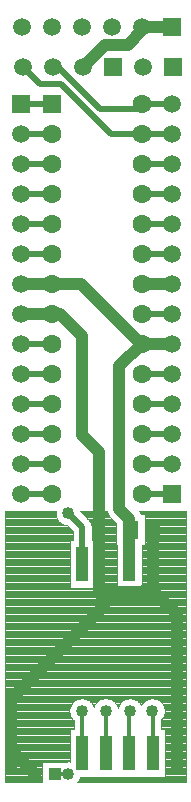
<source format=gbr>
G04 DipTrace 3.0.0.2*
G04 Top.gbr*
%MOIN*%
G04 #@! TF.FileFunction,Copper,L1,Top*
G04 #@! TF.Part,Single*
G04 #@! TA.AperFunction,Conductor*
%ADD13C,0.019685*%
%ADD14C,0.012992*%
%ADD15C,0.03937*%
G04 #@! TA.AperFunction,CopperBalancing*
%ADD16C,0.003937*%
G04 #@! TA.AperFunction,ComponentPad*
%ADD17R,0.062992X0.062992*%
%ADD18C,0.062992*%
%ADD19R,0.059055X0.059055*%
%ADD20C,0.059055*%
%ADD22R,0.043307X0.03937*%
%ADD23R,0.03937X0.11811*%
%ADD24R,0.051181X0.059055*%
G04 #@! TA.AperFunction,ViaPad*
%ADD25C,0.04*%
%FSLAX26Y26*%
G04*
G70*
G90*
G75*
G01*
G04 Top*
%LPD*%
X464016Y2674134D2*
D13*
X568016D1*
Y2574134D2*
X464016D1*
X568016Y2474134D2*
X464016D1*
Y2374134D2*
X568016D1*
X621016Y1310134D2*
X667795Y1263354D1*
Y1140055D1*
X868016Y1474134D2*
X969016D1*
X902016Y649921D2*
D14*
X904016Y647921D1*
Y510134D1*
X868016Y1574134D2*
D13*
X969016D1*
X827016Y649921D2*
D14*
X825276Y648181D1*
Y510134D1*
X969016Y1674134D2*
D13*
X868016D1*
X746016Y649921D2*
D14*
X746535Y649402D1*
Y510134D1*
X969016Y1774134D2*
D13*
X868016D1*
X667016Y649921D2*
D14*
X667795Y649142D1*
Y510134D1*
X464016Y2274134D2*
D13*
X568016D1*
X868016Y1374134D2*
X969016D1*
X464016Y1674134D2*
X568016D1*
X464016Y1474134D2*
X568016D1*
X969016Y2674134D2*
X868016D1*
X570016Y2795134D2*
X588016D1*
X726016Y2657134D1*
X868016D1*
Y2674134D1*
X969016Y2574134D2*
X868016D1*
X763016D1*
X598016Y2739134D1*
X526016D1*
X470016Y2795134D1*
X868016Y2474134D2*
X969016D1*
X868016Y2374134D2*
X969016D1*
X868016Y2274134D2*
X969016D1*
X868016Y2174134D2*
X969016D1*
X464016Y1974134D2*
D15*
X568016D1*
X969016Y2928134D2*
X869016D1*
X868016Y2074134D2*
X969016D1*
X670016Y2795134D2*
X745016Y2870134D1*
X820016D1*
X869016Y2919134D1*
Y2928134D1*
X568016Y1974134D2*
X593016D1*
X668016Y1899134D1*
Y1569134D1*
X725016Y1512134D1*
Y1042134D1*
X741016D1*
Y1000134D1*
X431575Y690693D1*
Y510134D1*
X982756D2*
Y971394D1*
X904016Y1050134D1*
Y1140055D1*
Y1050134D2*
Y1038134D1*
X888016Y1022134D1*
X745016D1*
X725016Y1042134D1*
X741016D2*
X904016Y1050134D1*
X511016Y438386D2*
X439268Y510134D1*
X431575D1*
X904016Y1140055D2*
Y1253134D1*
X868016Y1974134D2*
D13*
X969016D1*
X464016Y2174134D2*
X568016D1*
X464016Y1874134D2*
X568016D1*
X464016Y1774134D2*
X568016D1*
X620016Y439386D2*
D14*
Y438386D1*
X577945D1*
X464016Y1574134D2*
D13*
X568016D1*
X464016Y1374134D2*
X568016D1*
X868016Y1874134D2*
D15*
X969016D1*
X568016Y2074134D2*
X464016D1*
X868016Y1874134D2*
X792016Y1798134D1*
Y1323134D1*
X825276Y1289874D1*
Y1140055D1*
X568016Y2074134D2*
X665016D1*
X865016Y1874134D1*
X868016D1*
D25*
X620016Y439386D3*
X621016Y1310134D3*
X902016Y649921D3*
X827016D3*
X746016D3*
X667016D3*
X411717Y1313438D2*
D16*
X578940D1*
X663089D2*
X751284D1*
X859809D2*
X1015264D1*
X411717Y1309633D2*
X578817D1*
X666657D2*
X752399D1*
X862146D2*
X1015264D1*
X411717Y1305827D2*
X579032D1*
X670463D2*
X753922D1*
X863961D2*
X1015264D1*
X411717Y1302021D2*
X579609D1*
X674270D2*
X755913D1*
X877010D2*
X1015264D1*
X411717Y1298215D2*
X580547D1*
X678076D2*
X758459D1*
X877010D2*
X1015264D1*
X411717Y1294409D2*
X581878D1*
X681882D2*
X761696D1*
X877010D2*
X1015264D1*
X411717Y1290604D2*
X583654D1*
X685688D2*
X765487D1*
X877010D2*
X1015264D1*
X411717Y1286798D2*
X585930D1*
X689495D2*
X769293D1*
X877010D2*
X1015264D1*
X411717Y1282992D2*
X588821D1*
X693001D2*
X773099D1*
X877010D2*
X1015264D1*
X411717Y1279186D2*
X592504D1*
X695585D2*
X776906D1*
X877010D2*
X1015264D1*
X411717Y1275381D2*
X597380D1*
X697453D2*
X780712D1*
X877010D2*
X1015264D1*
X411717Y1271575D2*
X604454D1*
X698745D2*
X781419D1*
X877010D2*
X1015264D1*
X411717Y1267769D2*
X618241D1*
X699522D2*
X781419D1*
X877010D2*
X1015264D1*
X411717Y1263963D2*
X622047D1*
X699822D2*
X781419D1*
X877010D2*
X1015264D1*
X411717Y1260157D2*
X625854D1*
X699829D2*
X781419D1*
X877010D2*
X1015264D1*
X411717Y1256352D2*
X629660D1*
X699829D2*
X781419D1*
X877010D2*
X1015264D1*
X411717Y1252546D2*
X633466D1*
X699829D2*
X781419D1*
X877010D2*
X1015264D1*
X411717Y1248740D2*
X635758D1*
X699829D2*
X781419D1*
X877010D2*
X1015264D1*
X411717Y1244934D2*
X635758D1*
X699829D2*
X781419D1*
X877010D2*
X1015264D1*
X411717Y1241129D2*
X635758D1*
X699829D2*
X781419D1*
X877010D2*
X1015264D1*
X411717Y1237323D2*
X635758D1*
X699829D2*
X781419D1*
X877010D2*
X1015264D1*
X411717Y1233517D2*
X635758D1*
X699829D2*
X781419D1*
X877010D2*
X1015264D1*
X411717Y1229711D2*
X635758D1*
X699829D2*
X781419D1*
X877010D2*
X1015264D1*
X411717Y1225906D2*
X635758D1*
X699829D2*
X781419D1*
X877010D2*
X1015264D1*
X411717Y1222100D2*
X635758D1*
X699829D2*
X781419D1*
X877010D2*
X1015264D1*
X411717Y1218294D2*
X625907D1*
X709687D2*
X781419D1*
X877010D2*
X1015264D1*
X411717Y1214488D2*
X625907D1*
X709687D2*
X781419D1*
X877010D2*
X1015264D1*
X411717Y1210682D2*
X625907D1*
X709687D2*
X781419D1*
X877010D2*
X1015264D1*
X411717Y1206877D2*
X625907D1*
X709687D2*
X781419D1*
X877010D2*
X1015264D1*
X411717Y1203071D2*
X625907D1*
X709687D2*
X781419D1*
X877010D2*
X1015264D1*
X411717Y1199265D2*
X625907D1*
X709687D2*
X783388D1*
X867168D2*
X1015264D1*
X411717Y1195459D2*
X625907D1*
X709687D2*
X783388D1*
X867168D2*
X1015264D1*
X411717Y1191654D2*
X625907D1*
X709687D2*
X783388D1*
X867168D2*
X1015264D1*
X411717Y1187848D2*
X625907D1*
X709687D2*
X783388D1*
X867168D2*
X1015264D1*
X411717Y1184042D2*
X625907D1*
X709687D2*
X783388D1*
X867168D2*
X1015264D1*
X411717Y1180236D2*
X625907D1*
X709687D2*
X783388D1*
X867168D2*
X1015264D1*
X411717Y1176430D2*
X625907D1*
X709687D2*
X783388D1*
X867168D2*
X1015264D1*
X411717Y1172625D2*
X625907D1*
X709687D2*
X783388D1*
X867168D2*
X1015264D1*
X411717Y1168819D2*
X625907D1*
X709687D2*
X783388D1*
X867168D2*
X1015264D1*
X411717Y1165013D2*
X625907D1*
X709687D2*
X783388D1*
X867168D2*
X1015264D1*
X411717Y1161207D2*
X625907D1*
X709687D2*
X783388D1*
X867168D2*
X1015264D1*
X411717Y1157402D2*
X625907D1*
X709687D2*
X783388D1*
X867168D2*
X1015264D1*
X411717Y1153596D2*
X625907D1*
X709687D2*
X783388D1*
X867168D2*
X1015264D1*
X411717Y1149790D2*
X625907D1*
X709687D2*
X783388D1*
X867168D2*
X1015264D1*
X411717Y1145984D2*
X625907D1*
X709687D2*
X783388D1*
X867168D2*
X1015264D1*
X411717Y1142178D2*
X625907D1*
X709687D2*
X783388D1*
X867168D2*
X1015264D1*
X411717Y1138373D2*
X625907D1*
X709687D2*
X783388D1*
X867168D2*
X1015264D1*
X411717Y1134567D2*
X625907D1*
X709687D2*
X783388D1*
X867168D2*
X1015264D1*
X411717Y1130761D2*
X625907D1*
X709687D2*
X783388D1*
X867168D2*
X1015264D1*
X411717Y1126955D2*
X625907D1*
X709687D2*
X783388D1*
X867168D2*
X1015264D1*
X411717Y1123150D2*
X625907D1*
X709687D2*
X783388D1*
X867168D2*
X1015264D1*
X411717Y1119344D2*
X625907D1*
X709687D2*
X783388D1*
X867168D2*
X1015264D1*
X411717Y1115538D2*
X625907D1*
X709687D2*
X783388D1*
X867168D2*
X1015264D1*
X411717Y1111732D2*
X625907D1*
X709687D2*
X783388D1*
X867168D2*
X1015264D1*
X411717Y1107927D2*
X625907D1*
X709687D2*
X783388D1*
X867168D2*
X1015264D1*
X411717Y1104121D2*
X625907D1*
X709687D2*
X783388D1*
X867168D2*
X1015264D1*
X411717Y1100315D2*
X625907D1*
X709687D2*
X783388D1*
X867168D2*
X1015264D1*
X411717Y1096509D2*
X625907D1*
X709687D2*
X783388D1*
X867168D2*
X1015264D1*
X411717Y1092703D2*
X625907D1*
X709687D2*
X783388D1*
X867168D2*
X1015264D1*
X411717Y1088898D2*
X625907D1*
X709687D2*
X783388D1*
X867168D2*
X1015264D1*
X411717Y1085092D2*
X625907D1*
X709687D2*
X783388D1*
X867168D2*
X1015264D1*
X411717Y1081286D2*
X625907D1*
X709687D2*
X783388D1*
X867168D2*
X1015264D1*
X411717Y1077480D2*
X625907D1*
X709687D2*
X783388D1*
X867168D2*
X1015264D1*
X411717Y1073675D2*
X625907D1*
X709687D2*
X783388D1*
X867168D2*
X1015264D1*
X411717Y1069869D2*
X625907D1*
X709687D2*
X783388D1*
X867168D2*
X1015264D1*
X411717Y1066063D2*
X625907D1*
X709687D2*
X783388D1*
X867168D2*
X1015264D1*
X411717Y1062257D2*
X625907D1*
X709687D2*
X783388D1*
X867168D2*
X1015264D1*
X411717Y1058451D2*
X1015264D1*
X411717Y1054646D2*
X1015264D1*
X411717Y1050840D2*
X1015264D1*
X411717Y1047034D2*
X1015264D1*
X411717Y1043228D2*
X1015264D1*
X411717Y1039423D2*
X1015264D1*
X411717Y1035617D2*
X1015264D1*
X411717Y1031811D2*
X1015264D1*
X411717Y1028005D2*
X1015264D1*
X411717Y1024199D2*
X1015264D1*
X411717Y1020394D2*
X1015264D1*
X411717Y1016588D2*
X1015264D1*
X411717Y1012782D2*
X1015264D1*
X411717Y1008976D2*
X1015264D1*
X411717Y1005171D2*
X1015264D1*
X411717Y1001365D2*
X1015264D1*
X411717Y997559D2*
X1015264D1*
X411717Y993753D2*
X1015264D1*
X411717Y989948D2*
X1015264D1*
X411717Y986142D2*
X1015264D1*
X411717Y982336D2*
X1015264D1*
X411717Y978530D2*
X1015264D1*
X411717Y974724D2*
X1015264D1*
X411717Y970919D2*
X1015264D1*
X411717Y967113D2*
X1015264D1*
X411717Y963307D2*
X1015264D1*
X411717Y959501D2*
X1015264D1*
X411717Y955696D2*
X1015264D1*
X411717Y951890D2*
X1015264D1*
X411717Y948084D2*
X1015264D1*
X411717Y944278D2*
X1015264D1*
X411717Y940472D2*
X1015264D1*
X411717Y936667D2*
X1015264D1*
X411717Y932861D2*
X1015264D1*
X411717Y929055D2*
X1015264D1*
X411717Y925249D2*
X1015264D1*
X411717Y921444D2*
X1015264D1*
X411717Y917638D2*
X1015264D1*
X411717Y913832D2*
X1015264D1*
X411717Y910026D2*
X1015264D1*
X411717Y906220D2*
X1015264D1*
X411717Y902415D2*
X1015264D1*
X411717Y898609D2*
X1015264D1*
X411717Y894803D2*
X1015264D1*
X411717Y890997D2*
X1015264D1*
X411717Y887192D2*
X1015264D1*
X411717Y883386D2*
X1015264D1*
X411717Y879580D2*
X1015264D1*
X411717Y875774D2*
X1015264D1*
X411717Y871969D2*
X1015264D1*
X411717Y868163D2*
X1015264D1*
X411717Y864357D2*
X1015264D1*
X411717Y860551D2*
X1015264D1*
X411717Y856745D2*
X1015264D1*
X411717Y852940D2*
X1015264D1*
X411717Y849134D2*
X1015264D1*
X411717Y845328D2*
X1015264D1*
X411717Y841522D2*
X1015264D1*
X411717Y837717D2*
X1015264D1*
X411717Y833911D2*
X1015264D1*
X411717Y830105D2*
X1015264D1*
X411717Y826299D2*
X1015264D1*
X411717Y822493D2*
X1015264D1*
X411717Y818688D2*
X1015264D1*
X411717Y814882D2*
X1015264D1*
X411717Y811076D2*
X1015264D1*
X411717Y807270D2*
X1015264D1*
X411717Y803465D2*
X1015264D1*
X411717Y799659D2*
X1015264D1*
X411717Y795853D2*
X1015264D1*
X411717Y792047D2*
X1015264D1*
X411717Y788241D2*
X1015264D1*
X411717Y784436D2*
X1015264D1*
X411717Y780630D2*
X1015264D1*
X411717Y776824D2*
X1015264D1*
X411717Y773018D2*
X1015264D1*
X411717Y769213D2*
X1015264D1*
X411717Y765407D2*
X1015264D1*
X411717Y761601D2*
X1015264D1*
X411717Y757795D2*
X1015264D1*
X411717Y753990D2*
X1015264D1*
X411717Y750184D2*
X1015264D1*
X411717Y746378D2*
X1015264D1*
X411717Y742572D2*
X1015264D1*
X411717Y738766D2*
X1015264D1*
X411717Y734961D2*
X1015264D1*
X411717Y731155D2*
X1015264D1*
X411717Y727349D2*
X1015264D1*
X411717Y723543D2*
X1015264D1*
X411717Y719738D2*
X1015264D1*
X411717Y715932D2*
X1015264D1*
X411717Y712126D2*
X1015264D1*
X411717Y708320D2*
X1015264D1*
X411717Y704514D2*
X1015264D1*
X411717Y700709D2*
X1015264D1*
X411717Y696903D2*
X1015264D1*
X411717Y693097D2*
X1015264D1*
X411717Y689291D2*
X652544D1*
X681482D2*
X731545D1*
X760484D2*
X812546D1*
X841485D2*
X887549D1*
X916488D2*
X1015264D1*
X411717Y685486D2*
X644639D1*
X689395D2*
X723641D1*
X768396D2*
X804634D1*
X849397D2*
X879637D1*
X924393D2*
X1015264D1*
X411717Y681680D2*
X639426D1*
X694601D2*
X718427D1*
X773602D2*
X799428D1*
X854603D2*
X874431D1*
X929606D2*
X1015264D1*
X411717Y677874D2*
X635527D1*
X698499D2*
X714529D1*
X777501D2*
X795529D1*
X858502D2*
X870533D1*
X933505D2*
X1015264D1*
X411717Y674068D2*
X632490D1*
X701544D2*
X711491D1*
X780546D2*
X792492D1*
X861539D2*
X867487D1*
X936542D2*
X1015264D1*
X411717Y670262D2*
X630091D1*
X703936D2*
X709092D1*
X782937D2*
X790093D1*
X938941D2*
X1015264D1*
X411717Y666457D2*
X628222D1*
X784813D2*
X788217D1*
X940810D2*
X1015264D1*
X411717Y662651D2*
X626799D1*
X942232D2*
X1015264D1*
X411717Y658845D2*
X625777D1*
X943255D2*
X1015264D1*
X411717Y655039D2*
X625123D1*
X943908D2*
X1015264D1*
X411717Y651234D2*
X624831D1*
X944201D2*
X1015264D1*
X411717Y647428D2*
X624885D1*
X944147D2*
X1015264D1*
X411717Y643622D2*
X625285D1*
X943739D2*
X1015264D1*
X411717Y639816D2*
X626054D1*
X942978D2*
X1015264D1*
X411717Y636010D2*
X627192D1*
X941840D2*
X1015264D1*
X411717Y632205D2*
X628753D1*
X940279D2*
X1015264D1*
X411717Y628399D2*
X630775D1*
X938257D2*
X1015264D1*
X411717Y624593D2*
X633359D1*
X935673D2*
X1015264D1*
X411717Y620787D2*
X636634D1*
X932705D2*
X1015264D1*
X411717Y616982D2*
X639110D1*
X932705D2*
X1015264D1*
X411717Y613176D2*
X639110D1*
X932705D2*
X1015264D1*
X411717Y609370D2*
X639110D1*
X932705D2*
X1015264D1*
X411717Y605564D2*
X639110D1*
X932705D2*
X1015264D1*
X411717Y601759D2*
X639110D1*
X932705D2*
X1015264D1*
X411717Y597953D2*
X639110D1*
X932705D2*
X1015264D1*
X411717Y594147D2*
X639110D1*
X932705D2*
X1015264D1*
X411717Y590341D2*
X625907D1*
X945908D2*
X1015264D1*
X411717Y586535D2*
X625907D1*
X945908D2*
X1015264D1*
X411717Y582730D2*
X625907D1*
X945908D2*
X1015264D1*
X411717Y578924D2*
X625907D1*
X945908D2*
X1015264D1*
X411717Y575118D2*
X625907D1*
X945908D2*
X1015264D1*
X411717Y571312D2*
X625907D1*
X945908D2*
X1015264D1*
X411717Y567507D2*
X625907D1*
X945908D2*
X1015264D1*
X411717Y563701D2*
X625907D1*
X945908D2*
X1015264D1*
X411717Y559895D2*
X625907D1*
X945908D2*
X1015264D1*
X411717Y556089D2*
X625907D1*
X945908D2*
X1015264D1*
X411717Y552283D2*
X625907D1*
X945908D2*
X1015264D1*
X411717Y548478D2*
X625907D1*
X945908D2*
X1015264D1*
X411717Y544672D2*
X625907D1*
X945908D2*
X1015264D1*
X411717Y540866D2*
X625907D1*
X945908D2*
X1015264D1*
X411717Y537060D2*
X625907D1*
X945908D2*
X1015264D1*
X411717Y533255D2*
X625907D1*
X945908D2*
X1015264D1*
X411717Y529449D2*
X625907D1*
X945908D2*
X1015264D1*
X411717Y525643D2*
X625907D1*
X945908D2*
X1015264D1*
X411717Y521837D2*
X625907D1*
X945908D2*
X1015264D1*
X411717Y518031D2*
X625907D1*
X945908D2*
X1015264D1*
X411717Y514226D2*
X625907D1*
X945908D2*
X1015264D1*
X411717Y510420D2*
X625907D1*
X945908D2*
X1015264D1*
X411717Y506614D2*
X625907D1*
X945908D2*
X1015264D1*
X411717Y502808D2*
X625907D1*
X945908D2*
X1015264D1*
X411717Y499003D2*
X625907D1*
X945908D2*
X1015264D1*
X411717Y495197D2*
X625907D1*
X945908D2*
X1015264D1*
X411717Y491391D2*
X625907D1*
X945908D2*
X1015264D1*
X411717Y487585D2*
X625907D1*
X945908D2*
X1015264D1*
X411717Y483780D2*
X625907D1*
X945908D2*
X1015264D1*
X411717Y479974D2*
X609583D1*
X945908D2*
X1015264D1*
X411717Y476168D2*
X534088D1*
X945908D2*
X1015264D1*
X411717Y472362D2*
X534088D1*
X945908D2*
X1015264D1*
X411717Y468556D2*
X534088D1*
X945908D2*
X1015264D1*
X411717Y464751D2*
X534088D1*
X945908D2*
X1015264D1*
X411717Y460945D2*
X534088D1*
X945908D2*
X1015264D1*
X411717Y457139D2*
X534088D1*
X945908D2*
X1015264D1*
X411717Y453333D2*
X534088D1*
X945908D2*
X1015264D1*
X411717Y449528D2*
X534088D1*
X945908D2*
X1015264D1*
X411717Y445722D2*
X534088D1*
X945908D2*
X1015264D1*
X411717Y441916D2*
X534088D1*
X945908D2*
X1015264D1*
X411717Y438110D2*
X534088D1*
X945908D2*
X1015264D1*
X411717Y434304D2*
X534088D1*
X945908D2*
X1015264D1*
X411717Y430499D2*
X534088D1*
X945908D2*
X1015264D1*
X411717Y426693D2*
X534088D1*
X660244D2*
X1015264D1*
X411717Y422887D2*
X534088D1*
X658829D2*
X1015264D1*
X411717Y419081D2*
X534088D1*
X656961D2*
X1015264D1*
X411717Y415276D2*
X534088D1*
X654569D2*
X1015264D1*
X536449Y479882D2*
X609614D1*
X612012Y480424D1*
X615906Y480994D1*
X619836Y481196D1*
X623768Y481028D1*
X626293Y480713D1*
X626299Y591000D1*
X639502D1*
X639488Y618455D1*
X637514Y620293D1*
X634859Y623198D1*
X632489Y626340D1*
X630425Y629691D1*
X628685Y633221D1*
X627284Y636899D1*
X626236Y640692D1*
X625549Y644567D1*
X625229Y648490D1*
X625280Y652425D1*
X625700Y656338D1*
X626486Y660194D1*
X627632Y663959D1*
X629126Y667600D1*
X630956Y671084D1*
X633106Y674381D1*
X635556Y677461D1*
X638284Y680297D1*
X641268Y682864D1*
X644479Y685139D1*
X647890Y687102D1*
X651471Y688735D1*
X655189Y690025D1*
X659012Y690959D1*
X662906Y691530D1*
X666836Y691732D1*
X670768Y691564D1*
X674667Y691026D1*
X678498Y690125D1*
X682227Y688867D1*
X685822Y687264D1*
X689249Y685331D1*
X692480Y683083D1*
X695485Y680542D1*
X698238Y677730D1*
X700715Y674671D1*
X702892Y671393D1*
X704752Y667925D1*
X706278Y664297D1*
X706508Y663620D1*
X707336Y665797D1*
X709000Y669364D1*
X710992Y672758D1*
X713294Y675950D1*
X715887Y678911D1*
X718746Y681615D1*
X721847Y684039D1*
X725162Y686160D1*
X728661Y687960D1*
X732315Y689424D1*
X736090Y690537D1*
X739952Y691290D1*
X743869Y691677D1*
X747804Y691694D1*
X751724Y691341D1*
X755593Y690621D1*
X759377Y689540D1*
X763043Y688108D1*
X766558Y686338D1*
X769891Y684245D1*
X773013Y681848D1*
X775895Y679168D1*
X778512Y676230D1*
X780842Y673058D1*
X782863Y669681D1*
X784558Y666129D1*
X785911Y662433D1*
X786514Y660295D1*
X787632Y663959D1*
X789126Y667600D1*
X790956Y671084D1*
X793106Y674381D1*
X795556Y677461D1*
X798284Y680297D1*
X801268Y682864D1*
X804479Y685139D1*
X807890Y687102D1*
X811471Y688735D1*
X815189Y690025D1*
X819012Y690959D1*
X822906Y691530D1*
X826836Y691732D1*
X830768Y691564D1*
X834667Y691026D1*
X838498Y690125D1*
X842227Y688867D1*
X845822Y687264D1*
X849249Y685331D1*
X852480Y683083D1*
X855485Y680542D1*
X858238Y677730D1*
X860715Y674671D1*
X862892Y671393D1*
X864513Y668398D1*
X865956Y671084D1*
X868106Y674381D1*
X870556Y677461D1*
X873284Y680297D1*
X876268Y682864D1*
X879479Y685139D1*
X882890Y687102D1*
X886471Y688735D1*
X890189Y690025D1*
X894012Y690959D1*
X897906Y691530D1*
X901836Y691732D1*
X905768Y691564D1*
X909667Y691026D1*
X913498Y690125D1*
X917227Y688867D1*
X920822Y687264D1*
X924249Y685331D1*
X927480Y683083D1*
X930485Y680542D1*
X933238Y677730D1*
X935715Y674671D1*
X937892Y671393D1*
X939752Y667925D1*
X941278Y664297D1*
X942455Y660542D1*
X943275Y656692D1*
X943729Y652783D1*
X943827Y649921D1*
X943642Y645990D1*
X943088Y642094D1*
X942170Y638267D1*
X940896Y634543D1*
X939278Y630955D1*
X937329Y627536D1*
X935068Y624315D1*
X932514Y621321D1*
X932315Y621118D1*
X932323Y590996D1*
X945512Y591000D1*
Y429268D1*
X660579D1*
X659577Y425854D1*
X658129Y422195D1*
X656344Y418687D1*
X654237Y415363D1*
X651827Y412252D1*
X651350Y411719D1*
X702661Y411732D1*
X1015654D1*
Y1317244D1*
X856443D1*
X858483Y1314758D1*
X860691Y1311500D1*
X862580Y1308048D1*
X864120Y1304468D1*
X876614Y1304472D1*
Y1201795D1*
X866764D1*
X866772Y1059189D1*
X783780D1*
Y1201794D1*
X781811Y1201795D1*
Y1274668D1*
X762674Y1293792D1*
X760026Y1296703D1*
X757666Y1299853D1*
X755615Y1303212D1*
X753891Y1306750D1*
X752511Y1310435D1*
X751485Y1314235D1*
X750950Y1317255D1*
X751004Y1316811D1*
X750946Y1317260D1*
X710535Y1317244D1*
X662223D1*
X662548Y1314956D1*
X662711Y1313187D1*
X690178Y1285737D1*
X691526Y1284303D1*
X692782Y1282787D1*
X693941Y1281197D1*
X694999Y1279537D1*
X695953Y1277815D1*
X696797Y1276037D1*
X697529Y1274211D1*
X698146Y1272342D1*
X698646Y1270438D1*
X699027Y1268507D1*
X699287Y1266556D1*
X699425Y1264593D1*
X699449Y1261386D1*
Y1220916D1*
X709291Y1220921D1*
Y1059189D1*
X626299D1*
Y1220921D1*
X636150D1*
X636142Y1250268D1*
X617949Y1268436D1*
X615840Y1268644D1*
X611962Y1269315D1*
X608164Y1270347D1*
X604480Y1271732D1*
X600942Y1273457D1*
X597583Y1275506D1*
X594431Y1277863D1*
X591514Y1280506D1*
X588859Y1283411D1*
X586489Y1286553D1*
X584425Y1289903D1*
X582685Y1293433D1*
X581284Y1297111D1*
X580236Y1300905D1*
X579549Y1304780D1*
X579229Y1308702D1*
X579280Y1312637D1*
X579700Y1316550D1*
X579826Y1317254D1*
X411323Y1317244D1*
Y411732D1*
X534485D1*
X534480Y479882D1*
X536449D1*
D17*
X568016Y2674134D3*
D18*
Y2574134D3*
Y2474134D3*
Y2374134D3*
Y2274134D3*
Y2174134D3*
Y2074134D3*
Y1974134D3*
Y1874134D3*
Y1774134D3*
Y1674134D3*
Y1574134D3*
Y1474134D3*
Y1374134D3*
X868016D3*
Y1474134D3*
Y1574134D3*
Y1674134D3*
Y1774134D3*
Y1874134D3*
Y1974134D3*
Y2074134D3*
Y2174134D3*
Y2274134D3*
Y2374134D3*
Y2474134D3*
Y2574134D3*
Y2674134D3*
D19*
X969016Y2928134D3*
D20*
X869016D3*
X769016D3*
X669016D3*
X569016D3*
X469016D3*
D19*
X969016Y1374134D3*
D20*
Y1474134D3*
Y1574134D3*
Y1674134D3*
Y1774134D3*
Y1874134D3*
Y1974134D3*
Y2074134D3*
Y2174134D3*
Y2274134D3*
Y2374134D3*
Y2474134D3*
Y2574134D3*
Y2674134D3*
D19*
X464016D3*
D20*
Y2574134D3*
Y2474134D3*
Y2374134D3*
Y2274134D3*
Y2174134D3*
Y2074134D3*
Y1974134D3*
Y1874134D3*
Y1774134D3*
Y1674134D3*
Y1574134D3*
Y1474134D3*
Y1374134D3*
D19*
X770016Y2795134D3*
D20*
X670016D3*
X570016D3*
X470016D3*
D19*
X971016Y2795118D3*
D20*
X871016D3*
D22*
X511016Y438386D3*
X577945D3*
D23*
X904016Y510134D3*
X825276D3*
X746535D3*
X667795D3*
X431575D3*
X982756D3*
X904016Y1140055D3*
X825276D3*
X667795D3*
D24*
X904016Y1253134D3*
X829213D3*
M02*

</source>
